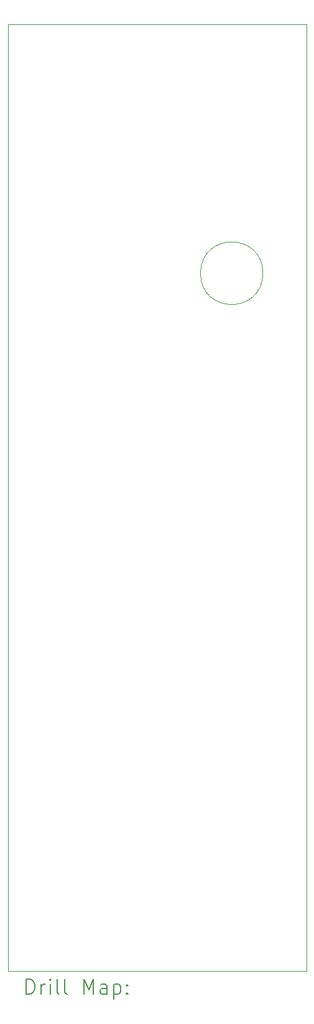
<source format=gbr>
%TF.GenerationSoftware,KiCad,Pcbnew,(6.0.9-0)*%
%TF.CreationDate,2023-02-07T08:35:18+01:00*%
%TF.ProjectId,fp_da20_controls,66705f64-6132-4305-9f63-6f6e74726f6c,A*%
%TF.SameCoordinates,Original*%
%TF.FileFunction,Drillmap*%
%TF.FilePolarity,Positive*%
%FSLAX45Y45*%
G04 Gerber Fmt 4.5, Leading zero omitted, Abs format (unit mm)*
G04 Created by KiCad (PCBNEW (6.0.9-0)) date 2023-02-07 08:35:18*
%MOMM*%
%LPD*%
G01*
G04 APERTURE LIST*
%ADD10C,0.100000*%
%ADD11C,0.200000*%
G04 APERTURE END LIST*
D10*
X9061000Y-7112000D02*
G75*
G03*
X9061000Y-7112000I-425000J0D01*
G01*
X5588000Y-3732500D02*
X9652000Y-3732500D01*
X9652000Y-3732500D02*
X9652000Y-16587500D01*
X9652000Y-16587500D02*
X5588000Y-16587500D01*
X5588000Y-16587500D02*
X5588000Y-3732500D01*
D11*
X5840619Y-16902976D02*
X5840619Y-16702976D01*
X5888238Y-16702976D01*
X5916809Y-16712500D01*
X5935857Y-16731548D01*
X5945381Y-16750595D01*
X5954905Y-16788690D01*
X5954905Y-16817262D01*
X5945381Y-16855357D01*
X5935857Y-16874405D01*
X5916809Y-16893452D01*
X5888238Y-16902976D01*
X5840619Y-16902976D01*
X6040619Y-16902976D02*
X6040619Y-16769643D01*
X6040619Y-16807738D02*
X6050143Y-16788690D01*
X6059667Y-16779167D01*
X6078714Y-16769643D01*
X6097762Y-16769643D01*
X6164428Y-16902976D02*
X6164428Y-16769643D01*
X6164428Y-16702976D02*
X6154905Y-16712500D01*
X6164428Y-16722024D01*
X6173952Y-16712500D01*
X6164428Y-16702976D01*
X6164428Y-16722024D01*
X6288238Y-16902976D02*
X6269190Y-16893452D01*
X6259667Y-16874405D01*
X6259667Y-16702976D01*
X6393000Y-16902976D02*
X6373952Y-16893452D01*
X6364428Y-16874405D01*
X6364428Y-16702976D01*
X6621571Y-16902976D02*
X6621571Y-16702976D01*
X6688238Y-16845833D01*
X6754905Y-16702976D01*
X6754905Y-16902976D01*
X6935857Y-16902976D02*
X6935857Y-16798214D01*
X6926333Y-16779167D01*
X6907286Y-16769643D01*
X6869190Y-16769643D01*
X6850143Y-16779167D01*
X6935857Y-16893452D02*
X6916809Y-16902976D01*
X6869190Y-16902976D01*
X6850143Y-16893452D01*
X6840619Y-16874405D01*
X6840619Y-16855357D01*
X6850143Y-16836310D01*
X6869190Y-16826786D01*
X6916809Y-16826786D01*
X6935857Y-16817262D01*
X7031095Y-16769643D02*
X7031095Y-16969643D01*
X7031095Y-16779167D02*
X7050143Y-16769643D01*
X7088238Y-16769643D01*
X7107286Y-16779167D01*
X7116809Y-16788690D01*
X7126333Y-16807738D01*
X7126333Y-16864881D01*
X7116809Y-16883929D01*
X7107286Y-16893452D01*
X7088238Y-16902976D01*
X7050143Y-16902976D01*
X7031095Y-16893452D01*
X7212048Y-16883929D02*
X7221571Y-16893452D01*
X7212048Y-16902976D01*
X7202524Y-16893452D01*
X7212048Y-16883929D01*
X7212048Y-16902976D01*
X7212048Y-16779167D02*
X7221571Y-16788690D01*
X7212048Y-16798214D01*
X7202524Y-16788690D01*
X7212048Y-16779167D01*
X7212048Y-16798214D01*
M02*

</source>
